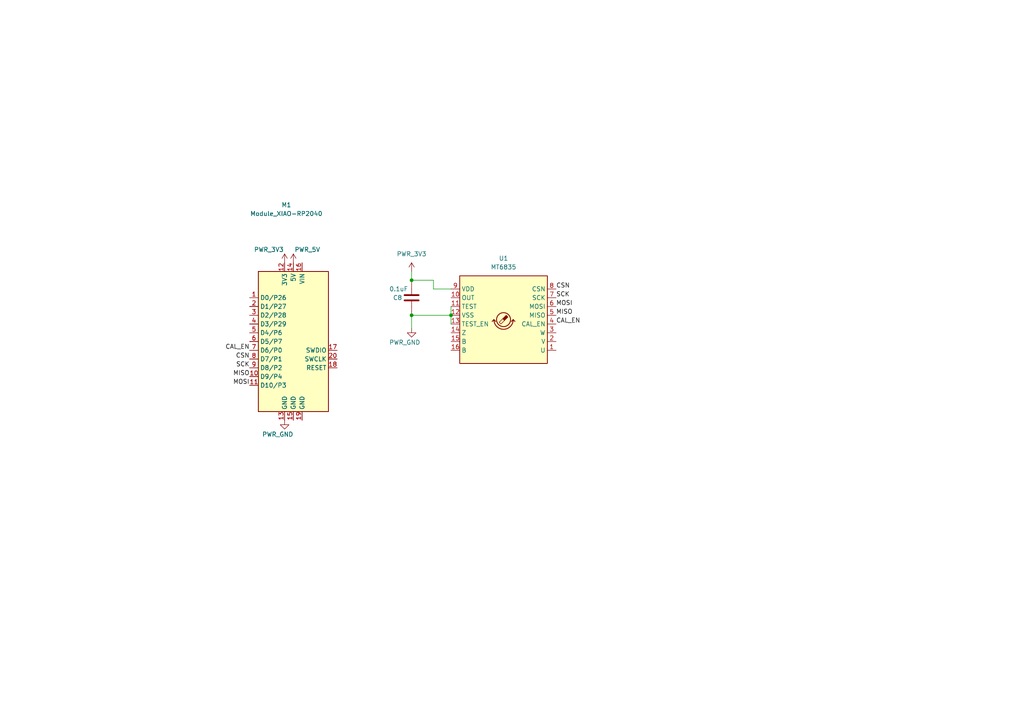
<source format=kicad_sch>
(kicad_sch (version 20250114) (generator "eeschema") (generator_version "9.0")
  (paper "A4")
  (lib_symbols
    (symbol "fab:C_1206" (pin_numbers (hide yes))
      (property "Reference" "C" (at 0.635 2.54 0))
      (property "Value" "C_1206" (at 0.635 -2.54 0))
      (symbol "C_1206_0_1"
        (polyline (pts (xy -2.032 0.762) (xy 2.032 0.762)) (stroke (width 0.508)))
        (polyline (pts (xy -2.032 -0.762) (xy 2.032 -0.762)) (stroke (width 0.508)))
        (polyline (pts (xy 0 0.635) (xy 0 2.54)))
        (polyline (pts (xy 0 -0.635) (xy 0 -2.54)))
      )
      (symbol "C_1206_1_1"
        (pin passive line (at 0 5.08 270) (length 2.54) (name "~") (number "1"))
        (pin passive line (at 0 -5.08 90) (length 2.54) (name "~") (number "2"))
      )
    )
    (symbol "fab:MT6835"
      (property "Reference" "U1" (at 8.636 20.32 0))
      (property "Value" "MT6835" (at 8.636 17.78 0))
      (symbol "MT6835_1_1"
        (rectangle (start -12.7 12.7) (end 12.7 -12.7) (stroke (width 0.254)) (fill (type background)))
        (polyline (pts (xy -2.794 0) (xy -3.302 -0.508)) (stroke (width 0.254)))
        (polyline (pts (xy -2.794 0) (xy -2.286 -0.508)) (stroke (width 0.254)))
        (polyline (pts (xy -0.254 0.254) (xy -1.27 -0.762) (xy -0.762 -1.27) (xy 0.254 -0.254)))
        (arc (start 2.794 0) (mid 0 -2.7819) (end -2.794 0) (stroke (width 0.254)))
        (circle (center 0 0) (radius 2.032) (stroke (width 0.254)))
        (polyline (pts (xy 0.762 1.27) (xy -0.254 0.254) (xy 0.254 -0.254) (xy 1.27 0.762) (xy 1.016 1.016) (xy 0.762 1.27) (xy 0.635 1.143)) (fill (type outline)))
        (polyline (pts (xy 2.794 0) (xy 2.286 -0.508)) (stroke (width 0.254)))
        (polyline (pts (xy 2.794 0) (xy 3.302 -0.508)) (stroke (width 0.254)))
        (pin power_in line (at -15.24 8.89 0) (length 2.54) (name "VDD") (number "9"))
        (pin output line (at -15.24 6.35 0) (length 2.54) (name "OUT") (number "10"))
        (pin input line (at -15.24 3.81 0) (length 2.54) (name "TEST") (number "11"))
        (pin power_in line (at -15.24 1.27 0) (length 2.54) (name "VSS") (number "12"))
        (pin input line (at -15.24 -1.27 0) (length 2.54) (name "TEST_EN") (number "13"))
        (pin output line (at -15.24 -3.81 0) (length 2.54) (name "Z") (number "14"))
        (pin output line (at -15.24 -6.35 0) (length 2.54) (name "B") (number "15"))
        (pin output line (at -15.24 -8.89 0) (length 2.54) (name "B") (number "16"))
        (pin input line (at 15.24 8.89 180) (length 2.54) (name "CSN") (number "8"))
        (pin input line (at 15.24 6.35 180) (length 2.54) (name "SCK") (number "7"))
        (pin input line (at 15.24 3.81 180) (length 2.54) (name "MOSI") (number "6"))
        (pin output line (at 15.24 1.27 180) (length 2.54) (name "MISO") (number "5"))
        (pin input line (at 15.24 -1.27 180) (length 2.54) (name "CAL_EN") (number "4"))
        (pin output line (at 15.24 -3.81 180) (length 2.54) (name "W") (number "3"))
        (pin output line (at 15.24 -6.35 180) (length 2.54) (name "V") (number "2"))
        (pin output line (at 15.24 -8.89 180) (length 2.54) (name "U") (number "1"))
      )
    )
    (symbol "fab:Module_XIAO-RP2040"
      (property "Reference" "M1" (at -2.032 39.624 0))
      (property "Value" "Module_XIAO-RP2040" (at -2.032 37.084 0))
      (symbol "Module_XIAO-RP2040_1_1"
        (rectangle (start -10.16 20.32) (end 10.16 -20.32) (stroke (width 0.254)) (fill (type background)))
        (pin bidirectional line (at -12.7 12.7 0) (length 2.54) (name "D0/P26") (number "1"))
        (pin bidirectional line (at -12.7 10.16 0) (length 2.54) (name "D1/P27") (number "2"))
        (pin bidirectional line (at -12.7 7.62 0) (length 2.54) (name "D2/P28") (number "3"))
        (pin bidirectional line (at -12.7 5.08 0) (length 2.54) (name "D3/P29") (number "4"))
        (pin bidirectional line (at -12.7 2.54 0) (length 2.54) (name "D4/P6") (number "5"))
        (pin bidirectional line (at -12.7 0 0) (length 2.54) (name "D5/P7") (number "6"))
        (pin bidirectional line (at -12.7 -2.54 0) (length 2.54) (name "D6/P0") (number "7"))
        (pin bidirectional line (at -12.7 -5.08 0) (length 2.54) (name "D7/P1") (number "8"))
        (pin bidirectional line (at -12.7 -7.62 0) (length 2.54) (name "D8/P2") (number "9"))
        (pin bidirectional line (at -12.7 -10.16 0) (length 2.54) (name "D9/P4") (number "10"))
        (pin bidirectional line (at -12.7 -12.7 0) (length 2.54) (name "D10/P3") (number "11"))
        (pin power_in line (at -2.54 22.86 270) (length 2.54) (name "3V3") (number "12"))
        (pin power_in line (at -2.54 -22.86 90) (length 2.54) (name "GND") (number "13"))
        (pin power_in line (at 0 22.86 270) (length 2.54) (name "5V") (number "14"))
        (pin power_in line (at 0 -22.86 90) (length 2.54) (name "GND") (number "15"))
        (pin power_in line (at 2.54 22.86 270) (length 2.54) (name "VIN") (number "16"))
        (pin power_in line (at 2.54 -22.86 90) (length 2.54) (name "GND") (number "19"))
        (pin bidirectional line (at 12.7 -2.54 180) (length 2.54) (name "SWDIO") (number "17"))
        (pin input line (at 12.7 -5.08 180) (length 2.54) (name "SWCLK") (number "20"))
        (pin input line (at 12.7 -7.62 180) (length 2.54) (name "RESET") (number "18"))
      )
    )
    (symbol "fab:PWR_3V3" (power) (pin_names (offset 0))
      (property "Value" "PWR_3V3" (at 0 3.556 0))
      (symbol "PWR_3V3_0_1"
        (polyline (pts (xy -0.762 1.27) (xy 0 2.54)))
        (polyline (pts (xy 0 2.54) (xy 0.762 1.27)))
        (polyline (pts (xy 0 0) (xy 0 2.54)))
      )
      (symbol "PWR_3V3_1_1"
        (pin power_in line (at 0 0 90) (length 0) (hide yes) (name "PWR_3V3") (number "1"))
      )
    )
    (symbol "fab:PWR_5V" (power) (pin_names (offset 0))
      (property "Value" "PWR_5V" (at 0 3.556 0))
      (symbol "PWR_5V_0_1"
        (polyline (pts (xy -0.762 1.27) (xy 0 2.54)))
        (polyline (pts (xy 0 2.54) (xy 0.762 1.27)))
        (polyline (pts (xy 0 0) (xy 0 2.54)))
      )
      (symbol "PWR_5V_1_1"
        (pin power_in line (at 0 0 90) (length 0) (hide yes) (name "PWR_5V") (number "1"))
      )
    )
    (symbol "fab:PWR_GND" (power) (pin_names (offset 0))
      (property "Value" "PWR_GND" (at 0 -3.81 0))
      (symbol "PWR_GND_0_1"
        (polyline (pts (xy 0 0) (xy 0 -1.27) (xy 1.27 -1.27) (xy 0 -2.54) (xy -1.27 -1.27) (xy 0 -1.27)))
      )
      (symbol "PWR_GND_1_1"
        (pin power_in line (at 0 0 270) (length 0) (hide yes) (name "PWR_GND") (number "1"))
      )
    )
  )
  (junction (at 119.38 91.44))
  (junction (at 130.81 91.44))
  (junction (at 119.38 81.28))
  (wire (pts (xy 119.38 91.44) (xy 130.81 91.44)))
  (wire (pts (xy 125.73 83.82) (xy 130.81 83.82)))
  (wire (pts (xy 119.38 78.74) (xy 119.38 81.28)))
  (wire (pts (xy 119.38 81.28) (xy 125.73 81.28)))
  (wire (pts (xy 130.81 91.44) (xy 130.81 93.98)))
  (wire (pts (xy 119.38 95.25) (xy 119.38 91.44)))
  (wire (pts (xy 130.81 88.9) (xy 130.81 91.44)))
  (wire (pts (xy 125.73 81.28) (xy 125.73 83.82)))
  (label "CSN" (at 161.29 83.82 0))
  (label "CAL_EN" (at 72.39 101.6 180))
  (label "CSN" (at 72.39 104.14 180))
  (label "MISO" (at 72.39 109.22 180))
  (label "MOSI" (at 72.39 111.76 180))
  (label "MISO" (at 161.29 91.44 0))
  (label "SCK" (at 72.39 106.68 180))
  (label "CAL_EN" (at 161.29 93.98 0))
  (label "SCK" (at 161.29 86.36 0))
  (label "MOSI" (at 161.29 88.9 0))
  (symbol (lib_id "fab:MT6835") (at 146.05 92.71 0) (unit 1)
    (property "Reference" "U1" (at 146.05 74.93 0))
    (property "Value" "MT6835" (at 146.05 77.47 0))
    (property "Footprint" "fab:TSSOP-16_4.4x5mm_P0.65mm" (effects (hide yes)))
    (property "Datasheet" "http://www.magntek.com.cn/upload/MT6816_Rev.2.0.pdf" (effects (hide yes)))
    (property "Description" "High Speed & High Resolution Magnetic Angle Sensor IC, SOIC-8" (effects (hide yes)))
  )
  (symbol (lib_id "fab:Module_XIAO-RP2040") (at 85.09 99.06 0) (unit 1)
    (property "Reference" "M1" (at 83.058 59.436 0))
    (property "Value" "Module_XIAO-RP2040" (at 83.058 61.976 0))
    (property "Footprint" "fab:SeeedStudio_XIAO_RP2040_smd" (effects (hide yes)))
    (property "Datasheet" "https://wiki.seeedstudio.com/XIAO-RP2040/" (effects (hide yes)))
    (property "Description" "RP2040 XIAO RP2040 - ARM® Dual-Core Cortex®-M0+ MCU 32-Bit Embedded Evaluation Board" (effects (hide yes)))
  )
  (symbol (lib_id "fab:PWR_5V") (at 85.09 76.2 0) (unit 1)
    (property "Reference" "#PWR09" (effects (hide yes)))
    (property "Value" "PWR_5V" (at 89.154 72.39 0))
    (property "Description" "Power symbol creates a global label with name \"+5V\"" (effects (hide yes)))
  )
  (symbol (lib_id "fab:PWR_3V3") (at 119.38 78.74 0) (unit 1)
    (property "Reference" "#PWR011" (effects (hide yes)))
    (property "Value" "PWR_3V3" (at 119.38 73.66 0))
    (property "Description" "Power symbol creates a global label with name \"+3V3\"" (effects (hide yes)))
  )
  (symbol (lib_id "fab:C_1206") (at 119.38 86.36 0) (unit 1)
    (property "Reference" "C8" (at 115.316 86.36 0))
    (property "Value" "0.1uF" (at 118.364 83.82 0) (effects (justify right)))
    (property "Footprint" "fab:C_0603" (effects (hide yes)))
    (property "Datasheet" "https://www.yageo.com/upload/media/product/productsearch/datasheet/mlcc/UPY-GP_NP0_16V-to-50V_18.pdf" (effects (hide yes)))
    (property "Description" "Unpolarized capacitor, SMD, 1206" (effects (hide yes)))
  )
  (symbol (lib_id "fab:PWR_GND") (at 82.55 121.92 0) (unit 1)
    (property "Reference" "#PWR024" (effects (hide yes)))
    (property "Value" "PWR_GND" (at 85.09 125.984 0) (effects (justify right)))
    (property "Description" "Power symbol creates a global label with name \"GND\" , ground" (effects (hide yes)))
  )
  (symbol (lib_id "fab:PWR_GND") (at 119.38 95.25 0) (unit 1)
    (property "Reference" "#PWR027" (effects (hide yes)))
    (property "Value" "PWR_GND" (at 121.92 99.314 0) (effects (justify right)))
    (property "Description" "Power symbol creates a global label with name \"GND\" , ground" (effects (hide yes)))
  )
  (symbol (lib_id "fab:PWR_3V3") (at 82.55 76.2 0) (unit 1)
    (property "Reference" "#PWR08" (effects (hide yes)))
    (property "Value" "PWR_3V3" (at 77.978 72.39 0))
    (property "Description" "Power symbol creates a global label with name \"+3V3\"" (effects (hide yes)))
  )
)
</source>
